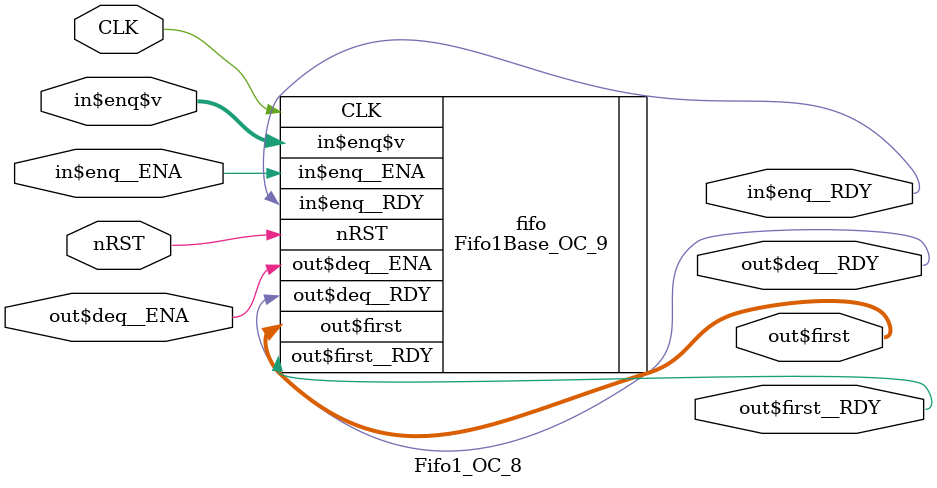
<source format=v>
`include "echo.generated.vh"

`default_nettype none
module Fifo1_OC_8 (input wire CLK, input wire nRST,
    input wire in$enq__ENA,
    input wire [31:0]in$enq$v,
    output wire in$enq__RDY,
    input wire out$deq__ENA,
    output wire out$deq__RDY,
    output wire [31:0]out$first,
    output wire out$first__RDY);
    Fifo1Base_OC_9 fifo (.CLK(CLK), .nRST(nRST),
        .in$enq__ENA(in$enq__ENA),
        .in$enq$v(in$enq$v),
        .in$enq__RDY(in$enq__RDY),
        .out$deq__ENA(out$deq__ENA),
        .out$deq__RDY(out$deq__RDY),
        .out$first(out$first),
        .out$first__RDY(out$first__RDY));
endmodule 

`default_nettype wire    // set back to default value

</source>
